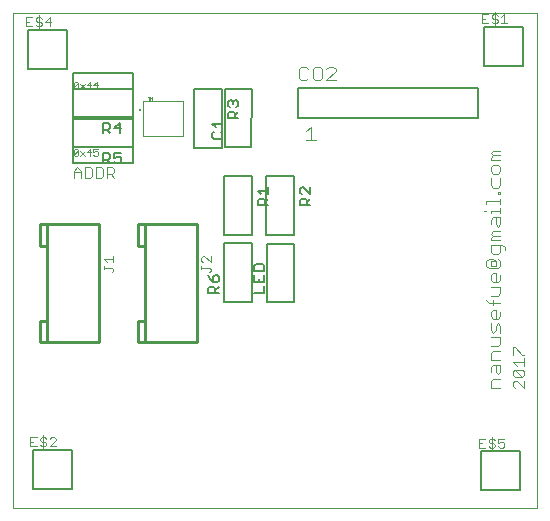
<source format=gto>
G75*
%MOIN*%
%OFA0B0*%
%FSLAX25Y25*%
%IPPOS*%
%LPD*%
%AMOC8*
5,1,8,0,0,1.08239X$1,22.5*
%
%ADD10C,0.00100*%
%ADD11C,0.00500*%
%ADD12C,0.00200*%
%ADD13C,0.00300*%
%ADD14C,0.00400*%
%ADD15C,0.00039*%
%ADD16C,0.00984*%
%ADD17C,0.00600*%
%ADD18C,0.01000*%
D10*
X0001500Y0003000D02*
X0176000Y0003000D01*
X0176000Y0168000D01*
X0001500Y0168000D01*
X0001500Y0003000D01*
X0046599Y0139243D02*
X0046599Y0140144D01*
X0046299Y0140144D02*
X0046899Y0140144D01*
X0047219Y0140144D02*
X0047219Y0139243D01*
X0047219Y0139693D02*
X0047820Y0139693D01*
X0047820Y0139243D02*
X0047820Y0140144D01*
D11*
X0041330Y0142662D02*
X0041330Y0133383D01*
X0021527Y0133383D01*
X0021527Y0142662D01*
X0041330Y0142662D01*
X0041500Y0148000D02*
X0021500Y0148000D01*
X0021500Y0118000D01*
X0041500Y0118000D01*
X0041500Y0148000D01*
X0041330Y0132662D02*
X0041330Y0123383D01*
X0021527Y0123383D01*
X0021527Y0132662D01*
X0041330Y0132662D01*
X0061838Y0123027D02*
X0061838Y0142830D01*
X0071117Y0142830D01*
X0071117Y0123027D01*
X0061838Y0123027D01*
X0072038Y0123384D02*
X0080885Y0123346D01*
X0080924Y0142847D01*
X0072076Y0142885D01*
X0072038Y0123384D01*
X0071838Y0113830D02*
X0081117Y0113830D01*
X0081117Y0094027D01*
X0071838Y0094027D01*
X0071838Y0113830D01*
X0085838Y0113830D02*
X0095117Y0113830D01*
X0095117Y0094027D01*
X0085838Y0094027D01*
X0085838Y0113830D01*
X0096500Y0133000D02*
X0096500Y0143000D01*
X0156500Y0143000D01*
X0156500Y0133000D01*
X0096500Y0133000D01*
X0057937Y0097685D02*
X0050063Y0097685D01*
X0071883Y0091473D02*
X0081162Y0091473D01*
X0081162Y0071670D01*
X0071883Y0071670D01*
X0071883Y0091473D01*
X0086020Y0091064D02*
X0094965Y0091079D01*
X0094965Y0071704D01*
X0086020Y0071689D01*
X0086020Y0091064D01*
X0025437Y0097685D02*
X0017563Y0097685D01*
X0019500Y0149500D02*
X0006500Y0149500D01*
X0006500Y0162500D01*
X0019500Y0162500D01*
X0019500Y0149500D01*
X0021000Y0022500D02*
X0008000Y0022500D01*
X0008000Y0009500D01*
X0021000Y0009500D01*
X0021000Y0022500D01*
X0157500Y0022000D02*
X0157500Y0009000D01*
X0170500Y0009000D01*
X0170500Y0022000D01*
X0157500Y0022000D01*
X0158500Y0150500D02*
X0158500Y0163500D01*
X0171500Y0163500D01*
X0171500Y0150500D01*
X0158500Y0150500D01*
D12*
X0029698Y0144201D02*
X0028230Y0144201D01*
X0029331Y0145302D01*
X0029331Y0143100D01*
X0027488Y0144201D02*
X0026020Y0144201D01*
X0027121Y0145302D01*
X0027121Y0143100D01*
X0025278Y0143100D02*
X0023810Y0144568D01*
X0023068Y0144935D02*
X0021600Y0143467D01*
X0021967Y0143100D01*
X0022701Y0143100D01*
X0023068Y0143467D01*
X0023068Y0144935D01*
X0022701Y0145302D01*
X0021967Y0145302D01*
X0021600Y0144935D01*
X0021600Y0143467D01*
X0023810Y0143100D02*
X0025278Y0144568D01*
X0027121Y0122802D02*
X0026020Y0121701D01*
X0027488Y0121701D01*
X0028230Y0121701D02*
X0028964Y0122068D01*
X0029331Y0122068D01*
X0029698Y0121701D01*
X0029698Y0120967D01*
X0029331Y0120600D01*
X0028597Y0120600D01*
X0028230Y0120967D01*
X0028230Y0121701D02*
X0028230Y0122802D01*
X0029698Y0122802D01*
X0027121Y0122802D02*
X0027121Y0120600D01*
X0025278Y0120600D02*
X0023810Y0122068D01*
X0023068Y0122435D02*
X0022701Y0122802D01*
X0021967Y0122802D01*
X0021600Y0122435D01*
X0021600Y0120967D01*
X0023068Y0122435D01*
X0023068Y0120967D01*
X0022701Y0120600D01*
X0021967Y0120600D01*
X0021600Y0120967D01*
X0023810Y0120600D02*
X0025278Y0122068D01*
D13*
X0025333Y0116853D02*
X0027185Y0116853D01*
X0027802Y0116236D01*
X0027802Y0113767D01*
X0027185Y0113150D01*
X0025333Y0113150D01*
X0025333Y0116853D01*
X0024119Y0115619D02*
X0024119Y0113150D01*
X0024119Y0115002D02*
X0021650Y0115002D01*
X0021650Y0115619D02*
X0022884Y0116853D01*
X0024119Y0115619D01*
X0021650Y0115619D02*
X0021650Y0113150D01*
X0029016Y0113150D02*
X0030868Y0113150D01*
X0031485Y0113767D01*
X0031485Y0116236D01*
X0030868Y0116853D01*
X0029016Y0116853D01*
X0029016Y0113150D01*
X0032699Y0113150D02*
X0032699Y0116853D01*
X0034551Y0116853D01*
X0035168Y0116236D01*
X0035168Y0115002D01*
X0034551Y0114384D01*
X0032699Y0114384D01*
X0033934Y0114384D02*
X0035168Y0113150D01*
X0168147Y0056668D02*
X0168147Y0054199D01*
X0168147Y0051751D02*
X0171850Y0051751D01*
X0171850Y0052985D02*
X0171850Y0050516D01*
X0171233Y0049302D02*
X0168764Y0049302D01*
X0171233Y0046833D01*
X0171850Y0047450D01*
X0171850Y0048685D01*
X0171233Y0049302D01*
X0169381Y0050516D02*
X0168147Y0051751D01*
X0168764Y0049302D02*
X0168147Y0048685D01*
X0168147Y0047450D01*
X0168764Y0046833D01*
X0171233Y0046833D01*
X0171850Y0045619D02*
X0171850Y0043150D01*
X0169381Y0045619D01*
X0168764Y0045619D01*
X0168147Y0045002D01*
X0168147Y0043767D01*
X0168764Y0043150D01*
X0171233Y0054199D02*
X0171850Y0054199D01*
X0171233Y0054199D02*
X0168764Y0056668D01*
X0168147Y0056668D01*
D14*
X0163800Y0057779D02*
X0163800Y0060081D01*
X0160731Y0060081D01*
X0161498Y0061616D02*
X0160731Y0062383D01*
X0160731Y0064685D01*
X0162265Y0063918D02*
X0162265Y0062383D01*
X0161498Y0061616D01*
X0162265Y0063918D02*
X0163033Y0064685D01*
X0163800Y0063918D01*
X0163800Y0061616D01*
X0163033Y0066220D02*
X0161498Y0066220D01*
X0160731Y0066987D01*
X0160731Y0068522D01*
X0161498Y0069289D01*
X0162265Y0069289D01*
X0162265Y0066220D01*
X0163033Y0066220D02*
X0163800Y0066987D01*
X0163800Y0068522D01*
X0163800Y0071591D02*
X0159963Y0071591D01*
X0159196Y0072358D01*
X0160731Y0073893D02*
X0163033Y0073893D01*
X0163800Y0074660D01*
X0163800Y0076962D01*
X0160731Y0076962D01*
X0161498Y0078497D02*
X0160731Y0079264D01*
X0160731Y0080799D01*
X0161498Y0081566D01*
X0162265Y0081566D01*
X0162265Y0078497D01*
X0161498Y0078497D02*
X0163033Y0078497D01*
X0163800Y0079264D01*
X0163800Y0080799D01*
X0163033Y0083101D02*
X0159963Y0083101D01*
X0159196Y0083868D01*
X0159196Y0085403D01*
X0159963Y0086170D01*
X0161498Y0086170D01*
X0162265Y0085403D01*
X0160731Y0085403D01*
X0160731Y0083868D01*
X0162265Y0083868D01*
X0162265Y0085403D01*
X0163033Y0086170D02*
X0163800Y0085403D01*
X0163800Y0083868D01*
X0163033Y0083101D01*
X0163033Y0087705D02*
X0161498Y0087705D01*
X0160731Y0088472D01*
X0160731Y0090774D01*
X0164567Y0090774D01*
X0165335Y0090007D01*
X0165335Y0089239D01*
X0163800Y0088472D02*
X0163800Y0090774D01*
X0163800Y0092309D02*
X0160731Y0092309D01*
X0160731Y0093076D01*
X0161498Y0093843D01*
X0160731Y0094610D01*
X0161498Y0095378D01*
X0163800Y0095378D01*
X0163800Y0093843D02*
X0161498Y0093843D01*
X0163033Y0096912D02*
X0162265Y0097680D01*
X0162265Y0099982D01*
X0161498Y0099982D02*
X0163800Y0099982D01*
X0163800Y0097680D01*
X0163033Y0096912D01*
X0160731Y0097680D02*
X0160731Y0099214D01*
X0161498Y0099982D01*
X0160731Y0101516D02*
X0160731Y0102284D01*
X0163800Y0102284D01*
X0163800Y0103051D02*
X0163800Y0101516D01*
X0163800Y0104586D02*
X0163800Y0106120D01*
X0163800Y0105353D02*
X0159196Y0105353D01*
X0159196Y0104586D01*
X0159196Y0102284D02*
X0158429Y0102284D01*
X0163033Y0107655D02*
X0163033Y0108422D01*
X0163800Y0108422D01*
X0163800Y0107655D01*
X0163033Y0107655D01*
X0163033Y0109957D02*
X0161498Y0109957D01*
X0160731Y0110724D01*
X0160731Y0113026D01*
X0161498Y0114561D02*
X0163033Y0114561D01*
X0163800Y0115328D01*
X0163800Y0116863D01*
X0163033Y0117630D01*
X0161498Y0117630D01*
X0160731Y0116863D01*
X0160731Y0115328D01*
X0161498Y0114561D01*
X0163800Y0113026D02*
X0163800Y0110724D01*
X0163033Y0109957D01*
X0163800Y0119165D02*
X0160731Y0119165D01*
X0160731Y0119932D01*
X0161498Y0120699D01*
X0160731Y0121467D01*
X0161498Y0122234D01*
X0163800Y0122234D01*
X0163800Y0120699D02*
X0161498Y0120699D01*
X0163800Y0088472D02*
X0163033Y0087705D01*
X0161498Y0072358D02*
X0161498Y0070824D01*
X0163800Y0057779D02*
X0163033Y0057012D01*
X0160731Y0057012D01*
X0161498Y0055477D02*
X0163800Y0055477D01*
X0161498Y0055477D02*
X0160731Y0054710D01*
X0160731Y0052408D01*
X0163800Y0052408D01*
X0163800Y0050873D02*
X0163800Y0048571D01*
X0163033Y0047804D01*
X0162265Y0048571D01*
X0162265Y0050873D01*
X0161498Y0050873D02*
X0163800Y0050873D01*
X0161498Y0050873D02*
X0160731Y0050106D01*
X0160731Y0048571D01*
X0161498Y0046269D02*
X0163800Y0046269D01*
X0161498Y0046269D02*
X0160731Y0045502D01*
X0160731Y0043200D01*
X0163800Y0043200D01*
X0160957Y0026820D02*
X0160957Y0022683D01*
X0161474Y0023200D02*
X0161991Y0023717D01*
X0161991Y0024234D01*
X0161474Y0024751D01*
X0160440Y0024751D01*
X0159923Y0025268D01*
X0159923Y0025786D01*
X0160440Y0026303D01*
X0161474Y0026303D01*
X0161991Y0025786D01*
X0163145Y0026303D02*
X0163145Y0024751D01*
X0164180Y0025268D01*
X0164697Y0025268D01*
X0165214Y0024751D01*
X0165214Y0023717D01*
X0164697Y0023200D01*
X0163663Y0023200D01*
X0163145Y0023717D01*
X0161474Y0023200D02*
X0160440Y0023200D01*
X0159923Y0023717D01*
X0158768Y0023200D02*
X0156700Y0023200D01*
X0156700Y0026303D01*
X0158768Y0026303D01*
X0157734Y0024751D02*
X0156700Y0024751D01*
X0163145Y0026303D02*
X0165214Y0026303D01*
X0067300Y0082272D02*
X0067300Y0082789D01*
X0066783Y0083306D01*
X0064197Y0083306D01*
X0064197Y0082789D02*
X0064197Y0083823D01*
X0064714Y0084977D02*
X0064197Y0085494D01*
X0064197Y0086529D01*
X0064714Y0087046D01*
X0065232Y0087046D01*
X0067300Y0084977D01*
X0067300Y0087046D01*
X0067300Y0082272D02*
X0066783Y0081755D01*
X0034800Y0082272D02*
X0034800Y0082789D01*
X0034283Y0083306D01*
X0031697Y0083306D01*
X0031697Y0082789D02*
X0031697Y0083823D01*
X0032732Y0084977D02*
X0031697Y0086011D01*
X0034800Y0086011D01*
X0034800Y0084977D02*
X0034800Y0087046D01*
X0034800Y0082272D02*
X0034283Y0081755D01*
X0011457Y0027320D02*
X0011457Y0023183D01*
X0011974Y0023700D02*
X0012491Y0024217D01*
X0012491Y0024734D01*
X0011974Y0025251D01*
X0010940Y0025251D01*
X0010423Y0025768D01*
X0010423Y0026286D01*
X0010940Y0026803D01*
X0011974Y0026803D01*
X0012491Y0026286D01*
X0013645Y0026286D02*
X0014163Y0026803D01*
X0015197Y0026803D01*
X0015714Y0026286D01*
X0015714Y0025768D01*
X0013645Y0023700D01*
X0015714Y0023700D01*
X0011974Y0023700D02*
X0010940Y0023700D01*
X0010423Y0024217D01*
X0009268Y0023700D02*
X0007200Y0023700D01*
X0007200Y0026803D01*
X0009268Y0026803D01*
X0008234Y0025251D02*
X0007200Y0025251D01*
X0099200Y0125700D02*
X0102269Y0125700D01*
X0100735Y0125700D02*
X0100735Y0130304D01*
X0099200Y0128769D01*
X0099002Y0145700D02*
X0097467Y0145700D01*
X0096700Y0146467D01*
X0096700Y0149537D01*
X0097467Y0150304D01*
X0099002Y0150304D01*
X0099769Y0149537D01*
X0101304Y0149537D02*
X0101304Y0146467D01*
X0102071Y0145700D01*
X0103606Y0145700D01*
X0104373Y0146467D01*
X0104373Y0149537D01*
X0103606Y0150304D01*
X0102071Y0150304D01*
X0101304Y0149537D01*
X0099769Y0146467D02*
X0099002Y0145700D01*
X0105908Y0145700D02*
X0108977Y0148769D01*
X0108977Y0149537D01*
X0108210Y0150304D01*
X0106675Y0150304D01*
X0105908Y0149537D01*
X0105908Y0145700D02*
X0108977Y0145700D01*
X0157700Y0164700D02*
X0159768Y0164700D01*
X0160923Y0165217D02*
X0161440Y0164700D01*
X0162474Y0164700D01*
X0162991Y0165217D01*
X0162991Y0165734D01*
X0162474Y0166251D01*
X0161440Y0166251D01*
X0160923Y0166768D01*
X0160923Y0167286D01*
X0161440Y0167803D01*
X0162474Y0167803D01*
X0162991Y0167286D01*
X0164145Y0166768D02*
X0165180Y0167803D01*
X0165180Y0164700D01*
X0166214Y0164700D02*
X0164145Y0164700D01*
X0161957Y0164183D02*
X0161957Y0168320D01*
X0159768Y0167803D02*
X0157700Y0167803D01*
X0157700Y0164700D01*
X0157700Y0166251D02*
X0158734Y0166251D01*
X0014214Y0165251D02*
X0012145Y0165251D01*
X0013697Y0166803D01*
X0013697Y0163700D01*
X0010991Y0164217D02*
X0010991Y0164734D01*
X0010474Y0165251D01*
X0009440Y0165251D01*
X0008923Y0165768D01*
X0008923Y0166286D01*
X0009440Y0166803D01*
X0010474Y0166803D01*
X0010991Y0166286D01*
X0009957Y0167320D02*
X0009957Y0163183D01*
X0010474Y0163700D02*
X0010991Y0164217D01*
X0010474Y0163700D02*
X0009440Y0163700D01*
X0008923Y0164217D01*
X0007768Y0163700D02*
X0005700Y0163700D01*
X0005700Y0166803D01*
X0007768Y0166803D01*
X0006734Y0165251D02*
X0005700Y0165251D01*
D15*
X0044807Y0138906D02*
X0044807Y0127094D01*
X0058193Y0127094D01*
X0058193Y0138906D01*
X0044807Y0138906D01*
D16*
X0043823Y0135953D03*
D17*
X0037484Y0129722D02*
X0035215Y0129722D01*
X0036917Y0131423D01*
X0036917Y0128020D01*
X0033801Y0128020D02*
X0032666Y0129155D01*
X0033234Y0129155D02*
X0031532Y0129155D01*
X0031532Y0128020D02*
X0031532Y0131423D01*
X0033234Y0131423D01*
X0033801Y0130856D01*
X0033801Y0129722D01*
X0033234Y0129155D01*
X0033234Y0121423D02*
X0031532Y0121423D01*
X0031532Y0118020D01*
X0031532Y0119155D02*
X0033234Y0119155D01*
X0033801Y0119722D01*
X0033801Y0120856D01*
X0033234Y0121423D01*
X0035215Y0121423D02*
X0035215Y0119722D01*
X0036350Y0120289D01*
X0036917Y0120289D01*
X0037484Y0119722D01*
X0037484Y0118588D01*
X0036917Y0118020D01*
X0035782Y0118020D01*
X0035215Y0118588D01*
X0033801Y0118020D02*
X0032666Y0119155D01*
X0035215Y0121423D02*
X0037484Y0121423D01*
X0067797Y0126867D02*
X0068364Y0126300D01*
X0070633Y0126300D01*
X0071200Y0126867D01*
X0071200Y0128001D01*
X0070633Y0128569D01*
X0071200Y0129983D02*
X0071200Y0132252D01*
X0071200Y0131117D02*
X0067797Y0131117D01*
X0068931Y0129983D01*
X0068364Y0128569D02*
X0067797Y0128001D01*
X0067797Y0126867D01*
X0073077Y0133032D02*
X0073077Y0134734D01*
X0073644Y0135301D01*
X0074778Y0135301D01*
X0075345Y0134734D01*
X0075345Y0133032D01*
X0075345Y0134166D02*
X0076480Y0135301D01*
X0075912Y0136715D02*
X0076480Y0137282D01*
X0076480Y0138417D01*
X0075912Y0138984D01*
X0075345Y0138984D01*
X0074778Y0138417D01*
X0074778Y0137850D01*
X0074778Y0138417D02*
X0074211Y0138984D01*
X0073644Y0138984D01*
X0073077Y0138417D01*
X0073077Y0137282D01*
X0073644Y0136715D01*
X0073077Y0133032D02*
X0076480Y0133032D01*
X0086480Y0109984D02*
X0086480Y0107715D01*
X0086480Y0108850D02*
X0083077Y0108850D01*
X0084211Y0107715D01*
X0084778Y0106301D02*
X0085345Y0105734D01*
X0085345Y0104032D01*
X0085345Y0105166D02*
X0086480Y0106301D01*
X0084778Y0106301D02*
X0083644Y0106301D01*
X0083077Y0105734D01*
X0083077Y0104032D01*
X0086480Y0104032D01*
X0097077Y0104032D02*
X0097077Y0105734D01*
X0097644Y0106301D01*
X0098778Y0106301D01*
X0099345Y0105734D01*
X0099345Y0104032D01*
X0099345Y0105166D02*
X0100480Y0106301D01*
X0100480Y0107715D02*
X0098211Y0109984D01*
X0097644Y0109984D01*
X0097077Y0109417D01*
X0097077Y0108282D01*
X0097644Y0107715D01*
X0100480Y0107715D02*
X0100480Y0109984D01*
X0100480Y0104032D02*
X0097077Y0104032D01*
X0084633Y0084435D02*
X0082364Y0084435D01*
X0081797Y0083868D01*
X0081797Y0082166D01*
X0085200Y0082166D01*
X0085200Y0083868D01*
X0084633Y0084435D01*
X0085200Y0080752D02*
X0085200Y0078483D01*
X0081797Y0078483D01*
X0081797Y0080752D01*
X0083499Y0079617D02*
X0083499Y0078483D01*
X0085200Y0077069D02*
X0085200Y0074800D01*
X0081797Y0074800D01*
X0069920Y0074702D02*
X0066518Y0074702D01*
X0066518Y0076403D01*
X0067085Y0076970D01*
X0068219Y0076970D01*
X0068786Y0076403D01*
X0068786Y0074702D01*
X0068786Y0075836D02*
X0069920Y0076970D01*
X0069353Y0078385D02*
X0068219Y0078385D01*
X0068219Y0080086D01*
X0068786Y0080653D01*
X0069353Y0080653D01*
X0069920Y0080086D01*
X0069920Y0078952D01*
X0069353Y0078385D01*
X0068219Y0078385D02*
X0067085Y0079519D01*
X0066518Y0080653D01*
D18*
X0062661Y0097685D02*
X0062661Y0058315D01*
X0045339Y0058315D01*
X0042976Y0058315D01*
X0042976Y0065402D01*
X0045339Y0065402D01*
X0045339Y0090598D01*
X0042976Y0090598D01*
X0042976Y0097685D01*
X0045339Y0097685D01*
X0045339Y0090598D01*
X0045339Y0097685D02*
X0062661Y0097685D01*
X0030161Y0097685D02*
X0030161Y0058315D01*
X0012839Y0058315D01*
X0010476Y0058315D01*
X0010476Y0065402D01*
X0012839Y0065402D01*
X0012839Y0090598D01*
X0010476Y0090598D01*
X0010476Y0097685D01*
X0012839Y0097685D01*
X0012839Y0090598D01*
X0012839Y0097685D02*
X0030161Y0097685D01*
X0045339Y0065402D02*
X0045339Y0058315D01*
X0048094Y0058315D02*
X0059906Y0058315D01*
X0027406Y0058315D02*
X0015594Y0058315D01*
X0012839Y0058315D02*
X0012839Y0065402D01*
M02*

</source>
